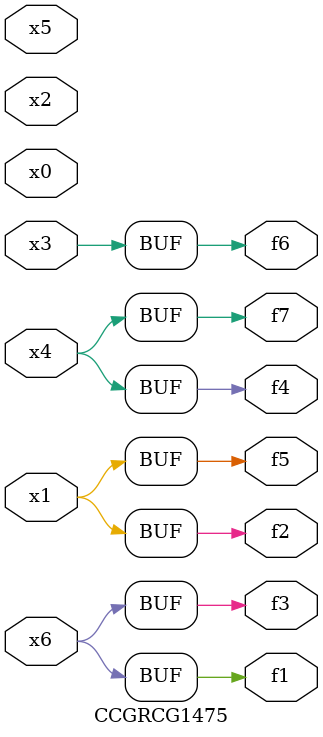
<source format=v>
module CCGRCG1475(
	input x0, x1, x2, x3, x4, x5, x6,
	output f1, f2, f3, f4, f5, f6, f7
);
	assign f1 = x6;
	assign f2 = x1;
	assign f3 = x6;
	assign f4 = x4;
	assign f5 = x1;
	assign f6 = x3;
	assign f7 = x4;
endmodule

</source>
